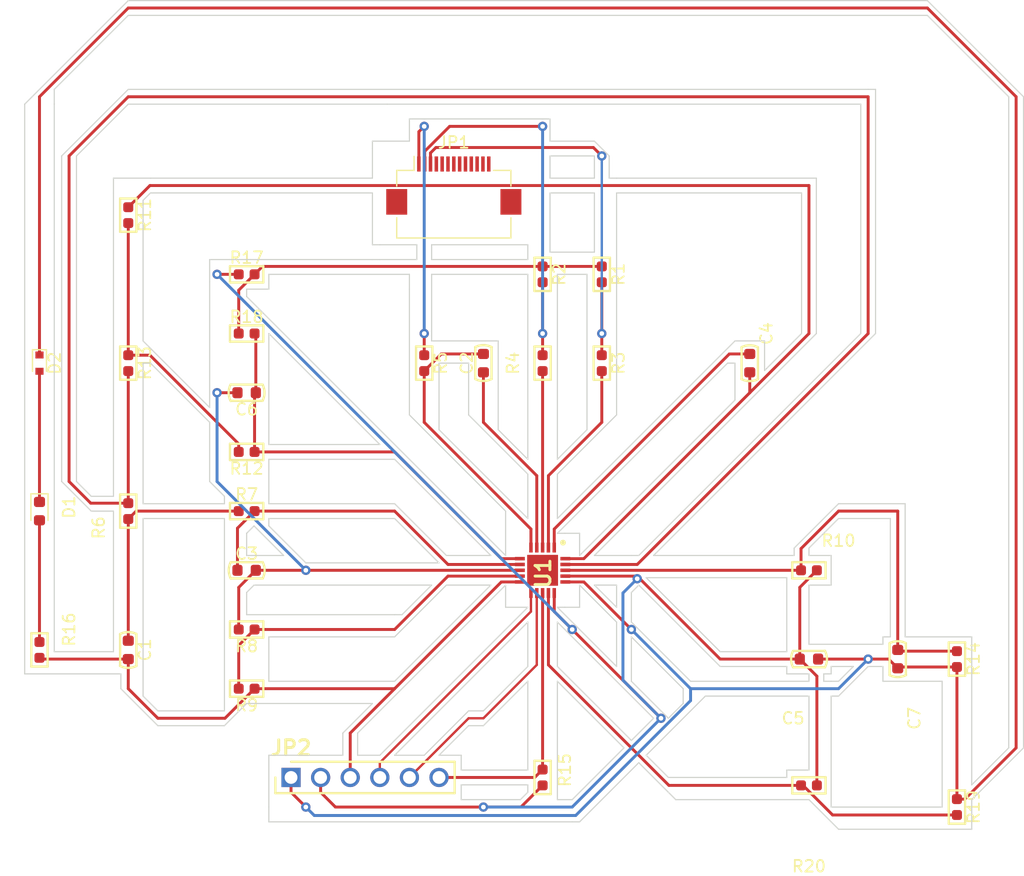
<source format=kicad_pcb>
(kicad_pcb (version 20211014) (generator pcbnew)
  (layers (0 "F.Cu" signal) (31 "B.Cu" signal) (34 "B.Paste" user) (35 "F.Paste" user) (36 "B.SilkS" user "B.Silkscreen") (37 "F.SilkS" user "F.Silkscreen") (38 "B.Mask" user) (39 "F.Mask" user) (44 "Edge.Cuts" user))
  (net 0 "")
  (net 1 "Net-(C1-Pad1)")
  (net 2 "/SIGNAL_OUT")
  (net 3 "Net-(C2-Pad2)")
  (net 4 "Net-(C2-Pad1)")
  (net 5 "Net-(C3-Pad1)")
  (net 6 "/REFOUT")
  (net 7 "Net-(C4-Pad1)")
  (net 8 "Net-(C4-Pad2)")
  (net 9 "+3.3V")
  (net 10 "GND")
  (net 11 "Net-(C6-Pad1)")
  (net 12 "Net-(C7-Pad1)")
  (net 13 "Net-(D1-Pad1)")
  (net 14 "Net-(D1-Pad2)")
  (net 15 "/RL")
  (net 16 "/LA")
  (net 17 "/LO-")
  (net 18 "/LO+")
  (net 19 "/SDN")
  (net 20 "/RA")
  (net 21 "Net-(R3-Pad2)")
  (net 22 "Net-(R4-Pad1)")
  (net 23 "Net-(R1-Pad1)")
  (net 24 "Net-(R8-Pad1)")
  (net 25 "Net-(R11-Pad2)")
  (net 26 "Net-(R19-Pad2)")
  (net 27 "Net-(R13-Pad2)")
  (footprint "AD8232:R_0603_WJQ" (layer "F.Cu") (at 184.3532 146.05 -90)
    (fp_text reference "R19")
    (fp_text value "0")
  )
  (footprint "AD8232:C_0603_WJQ" (layer "F.Cu") (at 143.7132 107.95 90)
    (fp_text reference "C2")
    (fp_text value "1nF")
  )
  (footprint "AD8232:R_0603_WJQ" (layer "F.Cu") (at 113.2332 95.25 -90)
    (fp_text reference "R11")
    (fp_text value "10M")
  )
  (footprint "AD8232:R_0603_WJQ" (layer "F.Cu") (at 113.2332 107.95 -90)
    (fp_text reference "R13")
    (fp_text value "10M")
  )
  (footprint "AD8232:C_0603_WJQ" (layer "F.Cu") (at 123.3932 125.73)
    (fp_text reference "C3")
    (fp_text value "10nF")
  )
  (footprint "AD8232:R_0603_WJQ" (layer "F.Cu") (at 171.6532 144.19)
    (fp_text reference "R20")
    (fp_text value "DNP")
  )
  (footprint "AD8232:C_0603_WJQ" (layer "F.Cu") (at 113.2332 132.5625 -90)
    (fp_text reference "C1")
    (fp_text value "1.5nF")
  )
  (footprint "AD8232:C_0603_WJQ" (layer "F.Cu") (at 179.2732 133.35 -90)
    (fp_text reference "C7")
    (fp_text value "0.1uF")
  )
  (footprint "AD8232:R_0603_WJQ" (layer "F.Cu") (at 153.8732 107.95 -90)
    (fp_text reference "R3")
    (fp_text value "180K")
  )
  (footprint "AD8232:Hirose_FH12-13S-0.5SH_1x13-1MP_P0.50mm_Horizontal" (layer "F.Cu") (at 141.1732 92.71)
    (fp_text reference "JP1")
    (fp_text value "M03PTH")
  )
  (footprint "LED_SMD:LED_0603_1608Metric" (layer "F.Cu") (at 105.6132 120.65 -90)
    (fp_text reference "D1")
    (fp_text value "LED")
  )
  (footprint "Diode_SMD:D_SOD-523" (layer "F.Cu") (at 105.6132 107.95 -90)
    (fp_text reference "D2")
    (fp_text value "1N4148WT")
  )
  (footprint "AD8232:R_0603_WJQ" (layer "F.Cu") (at 123.3932 130.81 180)
    (fp_text reference "R8")
    (fp_text value "100K")
  )
  (footprint "AD8232:R_0603_WJQ" (layer "F.Cu") (at 153.8732 100.33 -90)
    (fp_text reference "R1")
    (fp_text value "10M")
  )
  (footprint "AD8232:C_0603_WJQ" (layer "F.Cu") (at 171.6532 133.35)
    (fp_text reference "C5")
    (fp_text value "0.1uF")
  )
  (footprint "AD8232:R_0603_WJQ" (layer "F.Cu") (at 123.3932 135.89 180)
    (fp_text reference "R9")
    (fp_text value "1M")
  )
  (footprint "AD8232:R_0603_WJQ" (layer "F.Cu") (at 184.3532 133.35 -90)
    (fp_text reference "R14")
    (fp_text value "10M")
  )
  (footprint "AD8232:R_0603_WJQ" (layer "F.Cu") (at 138.6332 107.95 -90)
    (fp_text reference "R5")
    (fp_text value "360K")
  )
  (footprint "AD8232:R_0603_WJQ" (layer "F.Cu") (at 148.7932 143.51 90)
    (fp_text reference "R15")
    (fp_text value "10K")
  )
  (footprint "AD8232:R_0603_WJQ" (layer "F.Cu") (at 148.7932 107.95 90)
    (fp_text reference "R4")
    (fp_text value "180K")
  )
  (footprint "AD8232:QFN50P400X400X80-21N-D" (layer "F.Cu") (at 148.7932 125.73 -90)
    (fp_text reference "U1")
    (fp_text value "AD8232" hide)
  )
  (footprint "AD8232:R_0603_WJQ" (layer "F.Cu") (at 123.3932 120.65)
    (fp_text reference "R7")
    (fp_text value "1M")
  )
  (footprint "AD8232:HDRV6W64P0X254_1X6_1524X254X869P" (layer "F.Cu") (at 127.2032 143.51)
    (fp_text reference "JP2")
    (fp_text value "6130xx11121-6Pin" hide)
  )
  (footprint "AD8232:R_0603_WJQ" (layer "F.Cu") (at 113.2332 120.65 90)
    (fp_text reference "R6")
    (fp_text value "1M")
  )
  (footprint "AD8232:R_0603_WJQ" (layer "F.Cu") (at 123.3932 100.33)
    (fp_text reference "R17")
    (fp_text value "0")
  )
  (footprint "AD8232:R_0603_WJQ" (layer "F.Cu") (at 171.6532 125.73)
    (fp_text reference "R10")
    (fp_text value "10M")
  )
  (footprint "AD8232:C_0603_WJQ" (layer "F.Cu") (at 123.3932 110.49 180)
    (fp_text reference "C6")
    (fp_text value "0.33uF")
  )
  (footprint "AD8232:R_0603_WJQ" (layer "F.Cu") (at 148.7932 100.33 -90)
    (fp_text reference "R2")
    (fp_text value "10M")
  )
  (footprint "AD8232:C_0603_WJQ" (layer "F.Cu") (at 166.5732 107.95 -90)
    (fp_text reference "C4")
    (fp_text value "0.33uF")
  )
  (footprint "AD8232:R_0603_WJQ" (layer "F.Cu") (at 123.3932 105.41)
    (fp_text reference "R18")
    (fp_text value "DNP")
  )
  (footprint "AD8232:R_0603_WJQ" (layer "F.Cu") (at 105.6132 132.5625 90)
    (fp_text reference "R16")
    (fp_text value "1K")
  )
  (footprint "AD8232:R_0603_WJQ" (layer "F.Cu") (at 123.3932 115.57 180)
    (fp_text reference "R12")
    (fp_text value "1.4M")
  )
  (gr_line (start 153.8732 105.41) (end 153.8732 90.17) (layer "B.Cu") (width 0.2))
  (gr_line (start 170.3832 106.045) (end 167.8432 108.585) (layer "Edge.Cuts") (width 0.1))
  (gr_line (start 157.0482 127) (end 164.0332 133.985) (layer "Edge.Cuts") (width 0.1))
  (gr_line (start 120.2182 99.06) (end 120.2182 100.965) (layer "Edge.Cuts") (width 0.1))
  (gr_line (start 147.5232 142.875) (end 141.8082 142.875) (layer "Edge.Cuts") (width 0.1))
  (gr_line (start 124.0282 121.92) (end 123.3932 122.555) (layer "Edge.Cuts") (width 0.1))
  (gr_line (start 170.3832 123.825) (end 170.3832 124.46) (layer "Edge.Cuts") (width 0.1))
  (gr_line (start 112.5982 134.62) (end 112.5982 135.89) (layer "Edge.Cuts") (width 0.1))
  (gr_line (start 150.0632 121.285) (end 165.3032 106.045) (layer "Edge.Cuts") (width 0.1))
  (gr_line (start 162.7632 136.525) (end 171.6532 136.525) (layer "Edge.Cuts") (width 0.1))
  (gr_line (start 158.3182 138.43) (end 150.0632 130.175) (layer "Edge.Cuts") (width 0.1))
  (gr_line (start 115.1382 93.345) (end 134.1882 93.345) (layer "Edge.Cuts") (width 0.1))
  (gr_line (start 140.5382 124.46) (end 144.3482 124.46) (layer "Edge.Cuts") (width 0.1))
  (gr_line (start 150.0632 122.555) (end 150.6982 122.555) (layer "Edge.Cuts") (width 0.1))
  (gr_line (start 147.5232 133.985) (end 147.5232 130.175) (layer "Edge.Cuts") (width 0.1))
  (gr_line (start 150.0632 135.255) (end 150.0632 145.415) (layer "Edge.Cuts") (width 0.1))
  (gr_line (start 164.0332 132.715) (end 157.6832 126.365) (layer "Edge.Cuts") (width 0.1))
  (gr_line (start 181.8132 76.835) (end 113.2332 76.835) (layer "Edge.Cuts") (width 0.1))
  (gr_line (start 141.8082 142.875) (end 141.8082 141.605) (layer "Edge.Cuts") (width 0.1))
  (gr_line (start 178.0032 133.985) (end 176.7332 133.985) (layer "Edge.Cuts") (width 0.1))
  (gr_line (start 120.2182 111.76) (end 114.5032 106.045) (layer "Edge.Cuts") (width 0.1))
  (gr_line (start 145.6182 128.905) (end 147.5232 128.905) (layer "Edge.Cuts") (width 0.1))
  (gr_line (start 147.5232 121.285) (end 139.9032 113.665) (layer "Edge.Cuts") (width 0.1))
  (gr_line (start 190.0682 140.97) (end 190.0682 85.09) (layer "Edge.Cuts") (width 0.1))
  (gr_line (start 176.0982 105.41) (end 176.0982 85.725) (layer "Edge.Cuts") (width 0.1))
  (gr_line (start 144.3482 124.46) (end 136.0932 116.205) (layer "Edge.Cuts") (width 0.1))
  (gr_line (start 139.9032 125.095) (end 136.0932 121.285) (layer "Edge.Cuts") (width 0.1))
  (gr_line (start 125.2982 135.255) (end 136.0932 135.255) (layer "Edge.Cuts") (width 0.1))
  (gr_line (start 171.6532 135.255) (end 161.4932 135.255) (layer "Edge.Cuts") (width 0.1))
  (gr_line (start 151.9682 122.555) (end 150.6982 122.555) (layer "Edge.Cuts") (width 0.1))
  (gr_line (start 171.6532 132.08) (end 178.0032 132.08) (layer "Edge.Cuts") (width 0.1))
  (gr_line (start 136.0932 129.54) (end 136.7282 129.54) (layer "Edge.Cuts") (width 0.1))
  (gr_line (start 121.4882 139.065) (end 123.3932 137.16) (layer "Edge.Cuts") (width 0.1))
  (gr_line (start 149.4282 88.9) (end 149.4282 86.995) (layer "Edge.Cuts") (width 0.1))
  (gr_line (start 107.5182 90.17) (end 107.5182 118.11) (layer "Edge.Cuts") (width 0.1))
  (gr_line (start 121.4882 137.795) (end 115.7732 137.795) (layer "Edge.Cuts") (width 0.1))
  (gr_line (start 156.4132 140.335) (end 158.3182 138.43) (layer "Edge.Cuts") (width 0.1))
  (gr_line (start 156.4132 130.175) (end 156.4132 127.635) (layer "Edge.Cuts") (width 0.1))
  (gr_line (start 149.4282 90.17) (end 153.2382 90.17) (layer "Edge.Cuts") (width 0.1))
  (gr_line (start 121.4882 120.015) (end 114.5032 120.015) (layer "Edge.Cuts") (width 0.1))
  (gr_line (start 134.1882 89.535) (end 134.1882 92.075) (layer "Edge.Cuts") (width 0.1))
  (gr_line (start 139.2682 97.79) (end 139.2682 99.06) (layer "Edge.Cuts") (width 0.1))
  (gr_line (start 176.7332 133.985) (end 174.1932 136.525) (layer "Edge.Cuts") (width 0.1))
  (gr_line (start 120.2182 100.965) (end 120.2182 111.76) (layer "Edge.Cuts") (width 0.1))
  (gr_line (start 159.5882 138.43) (end 160.8582 137.16) (layer "Edge.Cuts") (width 0.1))
  (gr_line (start 134.1882 137.16) (end 131.6482 139.7) (layer "Edge.Cuts") (width 0.1))
  (gr_line (start 159.5882 144.78) (end 160.2232 145.415) (layer "Edge.Cuts") (width 0.1))
  (gr_line (start 178.6382 121.285) (end 174.1932 121.285) (layer "Edge.Cuts") (width 0.1))
  (gr_line (start 173.5582 134.62) (end 172.9232 134.62) (layer "Edge.Cuts") (width 0.1))
  (gr_line (start 134.8232 97.79) (end 134.1882 97.79) (layer "Edge.Cuts") (width 0.1))
  (gr_line (start 113.2332 78.105) (end 181.8132 78.105) (layer "Edge.Cuts") (width 0.1))
  (gr_line (start 181.8132 78.105) (end 188.7982 85.09) (layer "Edge.Cuts") (width 0.1))
  (gr_line (start 174.1932 136.525) (end 173.5582 136.525) (layer "Edge.Cuts") (width 0.1))
  (gr_line (start 106.8832 84.455) (end 113.2332 78.105) (layer "Edge.Cuts") (width 0.1))
  (gr_line (start 120.2182 113.03) (end 120.2182 118.11) (layer "Edge.Cuts") (width 0.1))
  (gr_line (start 139.2682 100.33) (end 147.5232 100.33) (layer "Edge.Cuts") (width 0.1))
  (gr_line (start 123.3932 102.235) (end 123.3932 101.6) (layer "Edge.Cuts") (width 0.1))
  (gr_line (start 151.3332 145.415) (end 155.7782 140.97) (layer "Edge.Cuts") (width 0.1))
  (gr_line (start 151.9682 127) (end 151.9682 128.905) (layer "Edge.Cuts") (width 0.1))
  (gr_line (start 152.6032 100.33) (end 152.6032 113.665) (layer "Edge.Cuts") (width 0.1))
  (gr_line (start 173.5582 133.985) (end 173.5582 134.62) (layer "Edge.Cuts") (width 0.1))
  (gr_line (start 185.6232 147.955) (end 185.6232 145.415) (layer "Edge.Cuts") (width 0.1))
  (gr_line (start 164.6682 107.95) (end 165.3032 107.95) (layer "Edge.Cuts") (width 0.1))
  (gr_line (start 131.6482 139.7) (end 131.6482 141.605) (layer "Edge.Cuts") (width 0.1))
  (gr_line (start 147.5232 130.175) (end 136.0932 141.605) (layer "Edge.Cuts") (width 0.1))
  (gr_line (start 124.0282 121.92) (end 126.5682 124.46) (layer "Edge.Cuts") (width 0.1))
  (gr_line (start 150.0632 117.475) (end 150.0632 121.285) (layer "Edge.Cuts") (width 0.1))
  (gr_line (start 137.9982 99.06) (end 134.8232 99.06) (layer "Edge.Cuts") (width 0.1))
  (gr_line (start 169.7482 132.715) (end 164.0332 132.715) (layer "Edge.Cuts") (width 0.1))
  (gr_line (start 134.8232 97.79) (end 137.9982 97.79) (layer "Edge.Cuts") (width 0.1))
  (gr_line (start 136.7282 129.54) (end 139.2682 127) (layer "Edge.Cuts") (width 0.1))
  (gr_line (start 149.4282 93.345) (end 149.4282 98.425) (layer "Edge.Cuts") (width 0.1))
  (gr_line (start 153.2382 124.46) (end 156.4132 124.46) (layer "Edge.Cuts") (width 0.1))
  (gr_line (start 185.6232 144.145) (end 185.6232 131.445) (layer "Edge.Cuts") (width 0.1))
  (gr_line (start 125.2982 100.33) (end 125.2982 101.6) (layer "Edge.Cuts") (width 0.1))
  (gr_line (start 155.1432 112.395) (end 150.0632 117.475) (layer "Edge.Cuts") (width 0.1))
  (gr_line (start 159.5882 143.51) (end 157.6832 141.605) (layer "Edge.Cuts") (width 0.1))
  (gr_line (start 155.1432 92.075) (end 172.2882 92.075) (layer "Edge.Cuts") (width 0.1))
  (gr_line (start 107.5182 118.11) (end 110.0582 120.65) (layer "Edge.Cuts") (width 0.1))
  (gr_line (start 157.6832 141.605) (end 162.7632 136.525) (layer "Edge.Cuts") (width 0.1))
  (gr_line (start 106.8832 132.715) (end 106.8832 85.725) (layer "Edge.Cuts") (width 0.1))
  (gr_line (start 106.8832 85.725) (end 106.8832 84.455) (layer "Edge.Cuts") (width 0.1))
  (gr_line (start 153.2382 93.345) (end 149.4282 93.345) (layer "Edge.Cuts") (width 0.1))
  (gr_line (start 143.7132 139.065) (end 147.5232 135.255) (layer "Edge.Cuts") (width 0.1))
  (gr_line (start 115.1382 107.95) (end 120.2182 113.03) (layer "Edge.Cuts") (width 0.1))
  (gr_line (start 152.6032 113.665) (end 150.0632 116.205) (layer "Edge.Cuts") (width 0.1))
  (gr_line (start 169.7482 133.985) (end 169.7482 134.62) (layer "Edge.Cuts") (width 0.1))
  (gr_line (start 157.0482 142.24) (end 159.5882 144.78) (layer "Edge.Cuts") (width 0.1))
  (gr_line (start 153.2382 92.075) (end 149.4282 92.075) (layer "Edge.Cuts") (width 0.1))
  (gr_line (start 134.8232 141.605) (end 132.9182 141.605) (layer "Edge.Cuts") (width 0.1))
  (gr_line (start 111.9632 119.38) (end 111.9632 93.345) (layer "Edge.Cuts") (width 0.1))
  (gr_line (start 124.0282 127) (end 123.3932 127.635) (layer "Edge.Cuts") (width 0.1))
  (gr_line (start 185.6232 145.415) (end 190.0682 140.97) (layer "Edge.Cuts") (width 0.1))
  (gr_line (start 156.4132 131.445) (end 156.4132 135.255) (layer "Edge.Cuts") (width 0.1))
  (gr_line (start 173.5582 147.32) (end 174.1932 147.955) (layer "Edge.Cuts") (width 0.1))
  (gr_line (start 110.0582 119.38) (end 111.9632 119.38) (layer "Edge.Cuts") (width 0.1))
  (gr_line (start 188.7982 140.97) (end 185.6232 144.145) (layer "Edge.Cuts") (width 0.1))
  (gr_line (start 178.6382 131.445) (end 178.6382 121.285) (layer "Edge.Cuts") (width 0.1))
  (gr_line (start 142.4432 139.065) (end 143.7132 139.065) (layer "Edge.Cuts") (width 0.1))
  (gr_line (start 137.3632 100.33) (end 125.2982 100.33) (layer "Edge.Cuts") (width 0.1))
  (gr_line (start 147.5232 135.255) (end 147.5232 142.875) (layer "Edge.Cuts") (width 0.1))
  (gr_line (start 120.2182 118.11) (end 121.4882 119.38) (layer "Edge.Cuts") (width 0.1))
  (gr_line (start 125.2982 121.92) (end 128.4732 125.095) (layer "Edge.Cuts") (width 0.1))
  (gr_line (start 147.5232 99.06) (end 147.5232 97.79) (layer "Edge.Cuts") (width 0.1))
  (gr_line (start 136.0932 141.605) (end 138.6332 141.605) (layer "Edge.Cuts") (width 0.1))
  (gr_line (start 114.5032 93.98) (end 115.1382 93.345) (layer "Edge.Cuts") (width 0.1))
  (gr_line (start 139.9032 107.95) (end 142.4432 107.95) (layer "Edge.Cuts") (width 0.1))
  (gr_line (start 134.8232 114.935) (end 125.2982 105.41) (layer "Edge.Cuts") (width 0.1))
  (gr_line (start 149.4282 98.425) (end 153.2382 98.425) (layer "Edge.Cuts") (width 0.1))
  (gr_line (start 173.5582 127) (end 171.6532 127) (layer "Edge.Cuts") (width 0.1))
  (gr_line (start 164.6682 107.95) (end 150.0632 122.555) (layer "Edge.Cuts") (width 0.1))
  (gr_line (start 115.7732 137.795) (end 114.5032 136.525) (layer "Edge.Cuts") (width 0.1))
  (gr_line (start 136.0932 121.285) (end 125.2982 121.285) (layer "Edge.Cuts") (width 0.1))
  (gr_line (start 154.5082 92.075) (end 154.5082 90.17) (layer "Edge.Cuts") (width 0.1))
  (gr_line (start 142.4432 112.395) (end 147.5232 117.475) (layer "Edge.Cuts") (width 0.1))
  (gr_line (start 155.1432 133.985) (end 155.1432 130.175) (layer "Edge.Cuts") (width 0.1))
  (gr_line (start 155.1432 128.905) (end 155.1432 127) (layer "Edge.Cuts") (width 0.1))
  (gr_line (start 178.0032 135.255) (end 183.0832 135.255) (layer "Edge.Cuts") (width 0.1))
  (gr_line (start 114.5032 121.285) (end 121.4882 121.285) (layer "Edge.Cuts") (width 0.1))
  (gr_line (start 169.7482 126.365) (end 169.7482 132.715) (layer "Edge.Cuts") (width 0.1))
  (gr_line (start 171.6532 142.875) (end 169.7482 142.875) (layer "Edge.Cuts") (width 0.1))
  (gr_line (start 125.2982 105.41) (end 125.2982 114.935) (layer "Edge.Cuts") (width 0.1))
  (gr_line (start 153.2382 88.9) (end 149.4282 88.9) (layer "Edge.Cuts") (width 0.1))
  (gr_line (start 137.3632 112.395) (end 145.6182 120.65) (layer "Edge.Cuts") (width 0.1))
  (gr_line (start 190.0682 85.09) (end 181.8132 76.835) (layer "Edge.Cuts") (width 0.1))
  (gr_line (start 169.7482 134.62) (end 171.6532 134.62) (layer "Edge.Cuts") (width 0.1))
  (gr_line (start 132.9182 141.605) (end 132.9182 139.7) (layer "Edge.Cuts") (width 0.1))
  (gr_line (start 156.4132 127.635) (end 157.0482 127) (layer "Edge.Cuts") (width 0.1))
  (gr_line (start 146.8882 145.415) (end 141.8082 145.415) (layer "Edge.Cuts") (width 0.1))
  (gr_line (start 171.0182 93.345) (end 155.1432 93.345) (layer "Edge.Cuts") (width 0.1))
  (gr_line (start 123.3932 124.46) (end 126.5682 124.46) (layer "Edge.Cuts") (width 0.1))
  (gr_line (start 134.1882 99.06) (end 120.2182 99.06) (layer "Edge.Cuts") (width 0.1))
  (gr_line (start 141.8082 144.145) (end 147.5232 144.145) (layer "Edge.Cuts") (width 0.1))
  (gr_line (start 155.1432 127) (end 153.2382 127) (layer "Edge.Cuts") (width 0.1))
  (gr_line (start 156.4132 124.46) (end 157.0482 124.46) (layer "Edge.Cuts") (width 0.1))
  (gr_line (start 111.9632 132.715) (end 106.8832 132.715) (layer "Edge.Cuts") (width 0.1))
  (gr_line (start 155.1432 92.075) (end 154.5082 92.075) (layer "Edge.Cuts") (width 0.1))
  (gr_line (start 147.5232 128.905) (end 134.8232 141.605) (layer "Edge.Cuts") (width 0.1))
  (gr_line (start 174.1932 147.955) (end 185.6232 147.955) (layer "Edge.Cuts") (width 0.1))
  (gr_line (start 136.0932 131.445) (end 125.2982 131.445) (layer "Edge.Cuts") (width 0.1))
  (gr_line (start 121.4882 119.38) (end 121.4882 120.015) (layer "Edge.Cuts") (width 0.1))
  (gr_line (start 135.4582 85.725) (end 113.2332 85.725) (layer "Edge.Cuts") (width 0.1))
  (gr_line (start 183.0832 146.05) (end 183.0832 135.255) (layer "Edge.Cuts") (width 0.1))
  (gr_line (start 139.9032 113.665) (end 139.9032 107.95) (layer "Edge.Cuts") (width 0.1))
  (gr_line (start 157.6832 126.365) (end 169.7482 126.365) (layer "Edge.Cuts") (width 0.1))
  (gr_line (start 171.6532 124.46) (end 173.5582 124.46) (layer "Edge.Cuts") (width 0.1))
  (gr_line (start 104.3432 134.62) (end 112.5982 134.62) (layer "Edge.Cuts") (width 0.1))
  (gr_line (start 136.0932 116.205) (end 125.2982 116.205) (layer "Edge.Cuts") (width 0.1))
  (gr_line (start 145.6182 124.46) (end 145.6182 120.65) (layer "Edge.Cuts") (width 0.1))
  (gr_line (start 172.2882 105.41) (end 153.2382 124.46) (layer "Edge.Cuts") (width 0.1))
  (gr_line (start 171.6532 127) (end 171.6532 132.08) (layer "Edge.Cuts") (width 0.1))
  (gr_line (start 145.6182 127) (end 145.6182 128.905) (layer "Edge.Cuts") (width 0.1))
  (gr_line (start 147.5232 100.33) (end 147.5232 116.205) (layer "Edge.Cuts") (width 0.1))
  (gr_line (start 175.4632 133.985) (end 173.5582 133.985) (layer "Edge.Cuts") (width 0.1))
  (gr_line (start 173.5582 124.46) (end 173.5582 127) (layer "Edge.Cuts") (width 0.1))
  (gr_line (start 172.9232 134.62) (end 172.9232 135.255) (layer "Edge.Cuts") (width 0.1))
  (gr_line (start 141.8082 141.605) (end 139.9032 141.605) (layer "Edge.Cuts") (width 0.1))
  (gr_line (start 156.4132 135.255) (end 159.5882 138.43) (layer "Edge.Cuts") (width 0.1))
  (gr_line (start 111.9632 93.345) (end 111.9632 92.075) (layer "Edge.Cuts") (width 0.1))
  (gr_line (start 125.2982 120.015) (end 136.0932 120.015) (layer "Edge.Cuts") (width 0.1))
  (gr_line (start 178.0032 132.08) (end 178.0032 131.445) (layer "Edge.Cuts") (width 0.1))
  (gr_line (start 178.0032 131.445) (end 178.6382 131.445) (layer "Edge.Cuts") (width 0.1))
  (gr_line (start 151.3332 147.32) (end 151.9682 147.32) (layer "Edge.Cuts") (width 0.1))
  (gr_line (start 137.3632 101.6) (end 137.3632 112.395) (layer "Edge.Cuts") (width 0.1))
  (gr_line (start 153.2382 127) (end 155.1432 128.905) (layer "Edge.Cuts") (width 0.1))
  (gr_line (start 123.3932 129.54) (end 136.0932 129.54) (layer "Edge.Cuts") (width 0.1))
  (gr_line (start 160.8582 137.16) (end 160.8582 135.89) (layer "Edge.Cuts") (width 0.1))
  (gr_line (start 137.3632 101.6) (end 137.3632 100.33) (layer "Edge.Cuts") (width 0.1))
  (gr_line (start 188.7982 85.09) (end 188.7982 140.97) (layer "Edge.Cuts") (width 0.1))
  (gr_line (start 171.6532 123.825) (end 171.6532 124.46) (layer "Edge.Cuts") (width 0.1))
  (gr_line (start 151.9682 147.32) (end 157.0482 142.24) (layer "Edge.Cuts") (width 0.1))
  (gr_line (start 174.1932 120.015) (end 170.3832 123.825) (layer "Edge.Cuts") (width 0.1))
  (gr_line (start 160.2232 145.415) (end 171.6532 145.415) (layer "Edge.Cuts") (width 0.1))
  (gr_line (start 114.5032 106.045) (end 114.5032 93.98) (layer "Edge.Cuts") (width 0.1))
  (gr_line (start 113.2332 84.455) (end 107.5182 90.17) (layer "Edge.Cuts") (width 0.1))
  (gr_line (start 104.9782 85.09) (end 104.3432 85.725) (layer "Edge.Cuts") (width 0.1))
  (gr_line (start 108.7882 118.11) (end 110.0582 119.38) (layer "Edge.Cuts") (width 0.1))
  (gr_line (start 161.4932 135.255) (end 156.4132 130.175) (layer "Edge.Cuts") (width 0.1))
  (gr_line (start 139.2682 106.045) (end 139.2682 100.33) (layer "Edge.Cuts") (width 0.1))
  (gr_line (start 172.9232 135.255) (end 173.5582 135.255) (layer "Edge.Cuts") (width 0.1))
  (gr_line (start 114.5032 107.95) (end 115.1382 107.95) (layer "Edge.Cuts") (width 0.1))
  (gr_line (start 153.2382 98.425) (end 153.2382 93.345) (layer "Edge.Cuts") (width 0.1))
  (gr_line (start 171.0182 105.41) (end 171.0182 93.345) (layer "Edge.Cuts") (width 0.1))
  (gr_line (start 165.3032 107.95) (end 165.3032 111.125) (layer "Edge.Cuts") (width 0.1))
  (gr_line (start 132.9182 139.7) (end 145.6182 127) (layer "Edge.Cuts") (width 0.1))
  (gr_line (start 125.2982 131.445) (end 125.2982 135.255) (layer "Edge.Cuts") (width 0.1))
  (gr_line (start 137.9982 97.79) (end 137.9982 99.06) (layer "Edge.Cuts") (width 0.1))
  (gr_line (start 136.0932 135.255) (end 144.3482 127) (layer "Edge.Cuts") (width 0.1))
  (gr_line (start 171.6532 134.62) (end 171.6532 135.255) (layer "Edge.Cuts") (width 0.1))
  (gr_line (start 110.0582 120.65) (end 111.9632 120.65) (layer "Edge.Cuts") (width 0.1))
  (gr_line (start 115.7732 139.065) (end 121.4882 139.065) (layer "Edge.Cuts") (width 0.1))
  (gr_line (start 155.7782 140.97) (end 150.0632 135.255) (layer "Edge.Cuts") (width 0.1))
  (gr_line (start 157.0482 124.46) (end 176.0982 105.41) (layer "Edge.Cuts") (width 0.1))
  (gr_line (start 125.2982 146.05) (end 125.2982 147.32) (layer "Edge.Cuts") (width 0.1))
  (gr_line (start 171.6532 136.525) (end 171.6532 142.875) (layer "Edge.Cuts") (width 0.1))
  (gr_line (start 176.0982 85.725) (end 135.4582 85.725) (layer "Edge.Cuts") (width 0.1))
  (gr_line (start 123.3932 127.635) (end 123.3932 129.54) (layer "Edge.Cuts") (width 0.1))
  (gr_line (start 185.6232 131.445) (end 179.9082 131.445) (layer "Edge.Cuts") (width 0.1))
  (gr_line (start 150.6982 128.905) (end 151.9682 128.905) (layer "Edge.Cuts") (width 0.1))
  (gr_line (start 115.1382 92.075) (end 134.1882 92.075) (layer "Edge.Cuts") (width 0.1))
  (gr_line (start 173.5582 135.255) (end 174.1932 135.255) (layer "Edge.Cuts") (width 0.1))
  (gr_line (start 125.2982 147.32) (end 151.3332 147.32) (layer "Edge.Cuts") (width 0.1))
  (gr_line (start 144.9832 113.665) (end 144.9832 106.045) (layer "Edge.Cuts") (width 0.1))
  (gr_line (start 144.3482 127) (end 140.5382 127) (layer "Edge.Cuts") (width 0.1))
  (gr_line (start 111.9632 120.65) (end 111.9632 132.715) (layer "Edge.Cuts") (width 0.1))
  (gr_line (start 134.1882 97.79) (end 134.1882 93.345) (layer "Edge.Cuts") (width 0.1))
  (gr_line (start 150.0632 145.415) (end 151.3332 145.415) (layer "Edge.Cuts") (width 0.1))
  (gr_line (start 125.2982 101.6) (end 123.3932 101.6) (layer "Edge.Cuts") (width 0.1))
  (gr_line (start 151.9682 124.46) (end 151.9682 122.555) (layer "Edge.Cuts") (width 0.1))
  (gr_line (start 174.1932 121.285) (end 171.6532 123.825) (layer "Edge.Cuts") (width 0.1))
  (gr_line (start 125.2982 114.935) (end 134.8232 114.935) (layer "Edge.Cuts") (width 0.1))
  (gr_line (start 164.0332 133.985) (end 169.7482 133.985) (layer "Edge.Cuts") (width 0.1))
  (gr_line (start 147.5232 117.475) (end 147.5232 121.285) (layer "Edge.Cuts") (width 0.1))
  (gr_line (start 147.5232 144.78) (end 146.8882 145.415) (layer "Edge.Cuts") (width 0.1))
  (gr_line (start 167.8432 108.585) (end 167.8432 106.045) (layer "Edge.Cuts") (width 0.1))
  (gr_line (start 104.3432 85.725) (end 104.3432 134.62) (layer "Edge.Cuts") (width 0.1))
  (gr_line (start 154.5082 90.17) (end 153.2382 88.9) (layer "Edge.Cuts") (width 0.1))
  (gr_line (start 150.0632 116.205) (end 150.0632 100.33) (layer "Edge.Cuts") (width 0.1))
  (gr_line (start 179.9082 120.015) (end 174.1932 120.015) (layer "Edge.Cuts") (width 0.1))
  (gr_line (start 123.3932 122.555) (end 123.3932 124.46) (layer "Edge.Cuts") (width 0.1))
  (gr_line (start 111.9632 92.075) (end 115.1382 92.075) (layer "Edge.Cuts") (width 0.1))
  (gr_line (start 167.8432 106.045) (end 165.3032 106.045) (layer "Edge.Cuts") (width 0.1))
  (gr_line (start 137.3632 88.9) (end 134.1882 88.9) (layer "Edge.Cuts") (width 0.1))
  (gr_line (start 150.0632 133.985) (end 156.4132 140.335) (layer "Edge.Cuts") (width 0.1))
  (gr_line (start 147.5232 116.205) (end 144.9832 113.665) (layer "Edge.Cuts") (width 0.1))
  (gr_line (start 139.2682 99.06) (end 147.5232 99.06) (layer "Edge.Cuts") (width 0.1))
  (gr_line (start 134.1882 88.9) (end 134.1882 89.535) (layer "Edge.Cuts") (width 0.1))
  (gr_line (start 178.0032 135.255) (end 178.0032 133.985) (layer "Edge.Cuts") (width 0.1))
  (gr_line (start 160.8582 135.89) (end 156.4132 131.445) (layer "Edge.Cuts") (width 0.1))
  (gr_line (start 150.0632 128.905) (end 155.1432 133.985) (layer "Edge.Cuts") (width 0.1))
  (gr_line (start 142.4432 107.95) (end 142.4432 112.395) (layer "Edge.Cuts") (width 0.1))
  (gr_line (start 155.1432 93.345) (end 155.1432 112.395) (layer "Edge.Cuts") (width 0.1))
  (gr_line (start 169.7482 143.51) (end 159.5882 143.51) (layer "Edge.Cuts") (width 0.1))
  (gr_line (start 114.5032 120.015) (end 114.5032 107.95) (layer "Edge.Cuts") (width 0.1))
  (gr_line (start 125.2982 121.285) (end 125.2982 121.92) (layer "Edge.Cuts") (width 0.1))
  (gr_line (start 143.7132 137.795) (end 147.5232 133.985) (layer "Edge.Cuts") (width 0.1))
  (gr_line (start 169.7482 142.875) (end 169.7482 143.51) (layer "Edge.Cuts") (width 0.1))
  (gr_line (start 114.5032 136.525) (end 114.5032 121.285) (layer "Edge.Cuts") (width 0.1))
  (gr_line (start 125.2982 116.205) (end 125.2982 120.015) (layer "Edge.Cuts") (width 0.1))
  (gr_line (start 112.5982 135.89) (end 115.7732 139.065) (layer "Edge.Cuts") (width 0.1))
  (gr_line (start 177.3682 105.41) (end 177.3682 84.455) (layer "Edge.Cuts") (width 0.1))
  (gr_line (start 150.6982 128.905) (end 150.0632 128.905) (layer "Edge.Cuts") (width 0.1))
  (gr_line (start 125.2982 141.605) (end 125.2982 146.05) (layer "Edge.Cuts") (width 0.1))
  (gr_line (start 172.2882 92.075) (end 172.2882 105.41) (layer "Edge.Cuts") (width 0.1))
  (gr_line (start 147.5232 97.79) (end 139.2682 97.79) (layer "Edge.Cuts") (width 0.1))
  (gr_line (start 123.3932 137.16) (end 134.1882 137.16) (layer "Edge.Cuts") (width 0.1))
  (gr_line (start 139.9032 141.605) (end 142.4432 139.065) (layer "Edge.Cuts") (width 0.1))
  (gr_line (start 139.2682 127) (end 124.0282 127) (layer "Edge.Cuts") (width 0.1))
  (gr_line (start 173.5582 136.525) (end 173.5582 146.05) (layer "Edge.Cuts") (width 0.1))
  (gr_line (start 171.6532 145.415) (end 173.5582 147.32) (layer "Edge.Cuts") (width 0.1))
  (gr_line (start 136.0932 120.015) (end 140.5382 124.46) (layer "Edge.Cuts") (width 0.1))
  (gr_line (start 176.7332 84.455) (end 177.3682 84.455) (layer "Edge.Cuts") (width 0.1))
  (gr_line (start 150.0632 100.33) (end 152.6032 100.33) (layer "Edge.Cuts") (width 0.1))
  (gr_line (start 138.6332 141.605) (end 142.4432 137.795) (layer "Edge.Cuts") (width 0.1))
  (gr_line (start 176.7332 84.455) (end 113.2332 84.455) (layer "Edge.Cuts") (width 0.1))
  (gr_line (start 137.3632 88.9) (end 137.3632 86.995) (layer "Edge.Cuts") (width 0.1))
  (gr_line (start 131.6482 141.605) (end 125.2982 141.605) (layer "Edge.Cuts") (width 0.1))
  (gr_line (start 170.3832 124.46) (end 158.3182 124.46) (layer "Edge.Cuts") (width 0.1))
  (gr_line (start 113.2332 76.835) (end 104.9782 85.09) (layer "Edge.Cuts") (width 0.1))
  (gr_line (start 153.2382 90.17) (end 153.2382 92.075) (layer "Edge.Cuts") (width 0.1))
  (gr_line (start 170.3832 106.045) (end 171.0182 105.41) (layer "Edge.Cuts") (width 0.1))
  (gr_line (start 155.1432 130.175) (end 151.9682 127) (layer "Edge.Cuts") (width 0.1))
  (gr_line (start 134.8232 99.06) (end 134.1882 99.06) (layer "Edge.Cuts") (width 0.1))
  (gr_line (start 150.0632 130.175) (end 150.0632 133.985) (layer "Edge.Cuts") (width 0.1))
  (gr_line (start 149.4282 92.075) (end 149.4282 90.17) (layer "Edge.Cuts") (width 0.1))
  (gr_line (start 145.6182 124.46) (end 123.3932 102.235) (layer "Edge.Cuts") (width 0.1))
  (gr_line (start 108.7882 90.17) (end 108.7882 118.11) (layer "Edge.Cuts") (width 0.1))
  (gr_line (start 113.2332 85.725) (end 108.7882 90.17) (layer "Edge.Cuts") (width 0.1))
  (gr_line (start 142.4432 137.795) (end 143.7132 137.795) (layer "Edge.Cuts") (width 0.1))
  (gr_line (start 174.1932 135.255) (end 175.4632 133.985) (layer "Edge.Cuts") (width 0.1))
  (gr_line (start 128.4732 125.095) (end 139.9032 125.095) (layer "Edge.Cuts") (width 0.1))
  (gr_line (start 140.5382 127) (end 136.0932 131.445) (layer "Edge.Cuts") (width 0.1))
  (gr_line (start 173.5582 146.05) (end 183.0832 146.05) (layer "Edge.Cuts") (width 0.1))
  (gr_line (start 121.4882 121.285) (end 121.4882 137.795) (layer "Edge.Cuts") (width 0.1))
  (gr_line (start 144.9832 106.045) (end 139.2682 106.045) (layer "Edge.Cuts") (width 0.1))
  (gr_line (start 165.3032 111.125) (end 151.9682 124.46) (layer "Edge.Cuts") (width 0.1))
  (gr_line (start 147.5232 144.145) (end 147.5232 144.78) (layer "Edge.Cuts") (width 0.1))
  (gr_line (start 158.3182 124.46) (end 177.3682 105.41) (layer "Edge.Cuts") (width 0.1))
  (gr_line (start 149.4282 86.995) (end 137.3632 86.995) (layer "Edge.Cuts") (width 0.1))
  (gr_line (start 141.8082 145.415) (end 141.8082 144.145) (layer "Edge.Cuts") (width 0.1))
  (gr_line (start 179.9082 131.445) (end 179.9082 120.015) (layer "Edge.Cuts") (width 0.1))
  (via (at 153.8732 90.17) (size 0.8) (drill 0.4) (layers "F.Cu" "B.Cu") (net 0))
  (segment (start 113.9132 120.65) (end 113.2332 121.33) (width 0.25) (layer "F.Cu") (net 1))
  (segment (start 113.2332 131.775) (end 113.2332 121.33) (width 0.25) (layer "F.Cu") (net 1))
  (segment (start 122.7132 120.65) (end 113.9132 120.65) (width 0.25) (layer "F.Cu") (net 1))
  (segment (start 121.5332 138.43) (end 115.7732 138.43) (width 0.25) (layer "F.Cu") (net 2))
  (segment (start 145.2532 126.73) (end 136.0932 135.89) (width 0.25) (layer "F.Cu") (net 2))
  (segment (start 136.0932 135.89) (end 132.2832 139.7) (width 0.25) (layer "F.Cu") (net 2))
  (segment (start 132.2832 139.7) (end 132.2832 143.51) (width 0.25) (layer "F.Cu") (net 2))
  (segment (start 105.7207 133.35) (end 105.6132 133.2425) (width 0.25) (layer "F.Cu") (net 2))
  (segment (start 115.7732 138.43) (end 113.2332 135.89) (width 0.25) (layer "F.Cu") (net 2))
  (segment (start 146.8432 126.73) (end 145.2532 126.73) (width 0.25) (layer "F.Cu") (net 2))
  (segment (start 113.2332 133.35) (end 105.7207 133.35) (width 0.25) (layer "F.Cu") (net 2))
  (segment (start 136.0932 135.89) (end 124.0732 135.89) (width 0.25) (layer "F.Cu") (net 2))
  (segment (start 113.2332 135.89) (end 113.2332 133.35) (width 0.25) (layer "F.Cu") (net 2))
  (segment (start 124.0732 135.89) (end 121.5332 138.43) (width 0.25) (layer "F.Cu") (net 2))
  (segment (start 140.1007 107.1625) (end 143.7132 107.1625) (width 0.25) (layer "F.Cu") (net 3))
  (segment (start 138.6332 108.63) (end 140.1007 107.1625) (width 0.25) (layer "F.Cu") (net 3))
  (segment (start 138.6332 113.03) (end 138.6332 108.63) (width 0.25) (layer "F.Cu") (net 3))
  (segment (start 147.7932 123.78) (end 147.7932 122.19) (width 0.25) (layer "F.Cu") (net 3))
  (segment (start 147.7932 122.19) (end 138.6332 113.03) (width 0.25) (layer "F.Cu") (net 3))
  (segment (start 148.2932 123.78) (end 148.2932 117.61) (width 0.25) (layer "F.Cu") (net 4))
  (segment (start 143.7132 113.03) (end 143.7132 108.7375) (width 0.25) (layer "F.Cu") (net 4))
  (segment (start 148.2932 117.61) (end 143.7132 113.03) (width 0.25) (layer "F.Cu") (net 4))
  (segment (start 146.8432 125.23) (end 140.6732 125.23) (width 0.25) (layer "F.Cu") (net 5))
  (segment (start 136.0932 120.65) (end 124.0732 120.65) (width 0.25) (layer "F.Cu") (net 5))
  (segment (start 122.6057 122.1175) (end 122.6057 125.73) (width 0.25) (layer "F.Cu") (net 5))
  (segment (start 124.0732 120.65) (end 122.6057 122.1175) (width 0.25) (layer "F.Cu") (net 5))
  (segment (start 140.6732 125.23) (end 136.0932 120.65) (width 0.25) (layer "F.Cu") (net 5))
  (segment (start 122.7132 127.1975) (end 122.7132 130.81) (width 0.25) (layer "F.Cu") (net 6))
  (segment (start 146.8432 125.73) (end 124.1807 125.73) (width 0.25) (layer "F.Cu") (net 6))
  (segment (start 122.6057 110.49) (end 120.8532 110.49) (width 0.25) (layer "F.Cu") (net 6))
  (segment (start 124.1807 125.73) (end 122.7132 127.1975) (width 0.25) (layer "F.Cu") (net 6))
  (via (at 120.8532 110.49) (size 0.8) (drill 0.4) (layers "F.Cu" "B.Cu") (net 6))
  (via (at 128.4732 125.73) (size 0.8) (drill 0.4) (layers "F.Cu" "B.Cu") (net 6))
  (segment (start 120.8532 118.11) (end 128.4732 125.73) (width 0.25) (layer "B.Cu") (net 6))
  (segment (start 120.8532 110.49) (end 120.8532 118.11) (width 0.25) (layer "B.Cu") (net 6))
  (segment (start 149.7932 122.19) (end 149.7932 123.78) (width 0.25) (layer "F.Cu") (net 7))
  (segment (start 166.5732 107.1625) (end 164.8207 107.1625) (width 0.25) (layer "F.Cu") (net 7))
  (segment (start 164.8207 107.1625) (end 149.7932 122.19) (width 0.25) (layer "F.Cu") (net 7))
  (segment (start 171.6532 105.41) (end 166.5732 110.49) (width 0.25) (layer "F.Cu") (net 8))
  (segment (start 166.5732 110.49) (end 166.5732 108.7375) (width 0.25) (layer "F.Cu") (net 8))
  (segment (start 115.0932 92.71) (end 171.6532 92.71) (width 0.25) (layer "F.Cu") (net 8))
  (segment (start 171.6532 92.71) (end 171.6532 105.41) (width 0.25) (layer "F.Cu") (net 8))
  (segment (start 113.2332 94.57) (end 115.0932 92.71) (width 0.25) (layer "F.Cu") (net 8))
  (segment (start 152.3332 124.73) (end 166.5732 110.49) (width 0.25) (layer "F.Cu") (net 8))
  (segment (start 150.7432 124.73) (end 152.3332 124.73) (width 0.25) (layer "F.Cu") (net 8))
  (segment (start 122.7132 100.33) (end 120.8532 100.33) (width 0.25) (layer "F.Cu") (net 9))
  (segment (start 149.7932 129.27) (end 151.3332 130.81) (width 0.25) (layer "F.Cu") (net 9))
  (segment (start 146.9332 146.05) (end 143.7132 146.05) (width 0.25) (layer "F.Cu") (net 9))
  (segment (start 172.3332 125.73) (end 170.8657 127.1975) (width 0.25) (layer "F.Cu") (net 9))
  (segment (start 156.9132 126.23) (end 164.0332 133.35) (width 0.25) (layer "F.Cu") (net 9))
  (segment (start 172.3332 134.8175) (end 172.3332 144.19) (width 0.25) (layer "F.Cu") (net 9))
  (segment (start 151.3332 130.81) (end 158.9532 138.43) (width 0.25) (layer "F.Cu") (net 9))
  (segment (start 129.7432 144.78) (end 129.7432 143.51) (width 0.25) (layer "F.Cu") (net 9))
  (segment (start 170.8657 133.35) (end 172.3332 134.8175) (width 0.25) (layer "F.Cu") (net 9))
  (segment (start 148.7932 144.19) (end 146.9332 146.05) (width 0.25) (layer "F.Cu") (net 9))
  (segment (start 164.0332 133.35) (end 170.8657 133.35) (width 0.25) (layer "F.Cu") (net 9))
  (segment (start 149.7932 127.68) (end 149.7932 129.27) (width 0.25) (layer "F.Cu") (net 9))
  (segment (start 170.8657 127.1975) (end 170.8657 133.35) (width 0.25) (layer "F.Cu") (net 9))
  (segment (start 143.7132 146.05) (end 131.0132 146.05) (width 0.25) (layer "F.Cu") (net 9))
  (segment (start 150.7432 126.23) (end 156.9132 126.23) (width 0.25) (layer "F.Cu") (net 9))
  (segment (start 131.0132 146.05) (end 129.7432 144.78) (width 0.25) (layer "F.Cu") (net 9))
  (via (at 156.9132 126.4545) (size 0.8) (drill 0.4) (layers "F.Cu" "B.Cu") (net 9))
  (via (at 158.9532 138.43) (size 0.8) (drill 0.4) (layers "F.Cu" "B.Cu") (net 9))
  (via (at 151.3332 130.81) (size 0.8) (drill 0.4) (layers "F.Cu" "B.Cu") (net 9))
  (via (at 143.7132 146.05) (size 0.8) (drill 0.4) (layers "F.Cu" "B.Cu") (net 9))
  (via (at 120.8532 100.33) (size 0.8) (drill 0.4) (layers "F.Cu" "B.Cu") (net 9))
  (segment (start 155.6882 135.165) (end 155.6882 127.6795) (width 0.25) (layer "B.Cu") (net 9))
  (segment (start 158.9532 138.43) (end 155.6882 135.165) (width 0.25) (layer "B.Cu") (net 9))
  (segment (start 155.6882 127.6795) (end 156.9132 126.4545) (width 0.25) (layer "B.Cu") (net 9))
  (segment (start 120.8532 100.33) (end 151.3332 130.81) (width 0.25) (layer "B.Cu") (net 9))
  (segment (start 151.3332 146.05) (end 143.7132 146.05) (width 0.25) (layer "B.Cu") (net 9))
  (segment (start 158.9532 138.43) (end 151.3332 146.05) (width 0.25) (layer "B.Cu") (net 9))
  (segment (start 172.4407 133.35) (end 178.4857 133.35) (width 0.25) (layer "F.Cu") (net 10))
  (segment (start 152.3332 126.73) (end 156.4132 130.81) (width 0.25) (layer "F.Cu") (net 10))
  (segment (start 179.2732 134.1375) (end 179.3807 134.03) (width 0.25) (layer "F.Cu") (net 10))
  (segment (start 127.2032 143.51) (end 127.2032 144.78) (width 0.25) (layer "F.Cu") (net 10))
  (segment (start 150.7432 126.73) (end 152.3332 126.73) (width 0.25) (layer "F.Cu") (net 10))
  (segment (start 184.3532 134.03) (end 184.3532 145.37) (width 0.25) (layer "F.Cu") (net 10))
  (segment (start 113.2332 77.47) (end 181.8132 77.47) (width 0.25) (layer "F.Cu") (net 10))
  (segment (start 189.4332 85.09) (end 189.4332 140.97) (width 0.25) (layer "F.Cu") (net 10))
  (segment (start 105.6132 107.25) (end 105.6132 85.09) (width 0.25) (layer "F.Cu") (net 10))
  (segment (start 105.6132 85.09) (end 113.2332 77.47) (width 0.25) (layer "F.Cu") (net 10))
  (segment (start 185.0332 145.37) (end 184.3532 145.37) (width 0.25) (layer "F.Cu") (net 10))
  (segment (start 127.2032 144.78) (end 128.4732 146.05) (width 0.25) (layer "F.Cu") (net 10))
  (segment (start 179.3807 134.03) (end 184.3532 134.03) (width 0.25) (layer "F.Cu") (net 10))
  (segment (start 189.4332 140.97) (end 185.0332 145.37) (width 0.25) (layer "F.Cu") (net 10))
  (segment (start 178.4857 133.35) (end 179.2732 134.1375) (width 0.25) (layer "F.Cu") (net 10))
  (segment (start 181.8132 77.47) (end 189.4332 85.09) (width 0.25) (layer "F.Cu") (net 10))
  (via (at 128.4732 146.05) (size 0.8) (drill 0.4) (layers "F.Cu" "B.Cu") (net 10))
  (via (at 156.4132 130.81) (size 0.8) (drill 0.4) (layers "F.Cu" "B.Cu") (net 10))
  (via (at 176.7332 133.35) (size 0.8) (drill 0.4) (layers "F.Cu" "B.Cu") (net 10))
  (segment (start 161.4932 135.89) (end 174.1932 135.89) (width 0.25) (layer "B.Cu") (net 10))
  (segment (start 161.4932 135.89) (end 156.4132 130.81) (width 0.25) (layer "B.Cu") (net 10))
  (segment (start 161.4932 135.89) (end 161.4932 136.915305) (width 0.25) (layer "B.Cu") (net 10))
  (segment (start 129.1982 146.775) (end 128.4732 146.05) (width 0.25) (layer "B.Cu") (net 10))
  (segment (start 161.4932 136.915305) (end 151.633505 146.775) (width 0.25) (layer "B.Cu") (net 10))
  (segment (start 174.1932 135.89) (end 176.7332 133.35) (width 0.25) (layer "B.Cu") (net 10))
  (segment (start 151.633505 146.775) (end 129.1982 146.775) (width 0.25) (layer "B.Cu") (net 10))
  (segment (start 146.8432 124.73) (end 145.2532 124.73) (width 0.25) (layer "F.Cu") (net 11))
  (segment (start 124.1807 105.5175) (end 124.1807 110.49) (width 0.25) (layer "F.Cu") (net 11))
  (segment (start 136.0932 115.57) (end 124.0732 115.57) (width 0.25) (layer "F.Cu") (net 11))
  (segment (start 145.2532 124.73) (end 136.0932 115.57) (width 0.25) (layer "F.Cu") (net 11))
  (segment (start 124.0732 105.41) (end 124.1807 105.5175) (width 0.25) (layer "F.Cu") (net 11))
  (segment (start 124.1807 110.49) (end 124.0732 110.5975) (width 0.25) (layer "F.Cu") (net 11))
  (segment (start 124.0732 110.5975) (end 124.0732 115.57) (width 0.25) (layer "F.Cu") (net 11))
  (segment (start 150.7432 125.73) (end 170.9732 125.73) (width 0.25) (layer "F.Cu") (net 12))
  (segment (start 179.3807 132.67) (end 184.3532 132.67) (width 0.25) (layer "F.Cu") (net 12))
  (segment (start 170.9732 125.73) (end 170.9732 123.87) (width 0.25) (layer "F.Cu") (net 12))
  (segment (start 174.1932 120.65) (end 179.2732 120.65) (width 0.25) (layer "F.Cu") (net 12))
  (segment (start 179.2732 120.65) (end 179.2732 132.5625) (width 0.25) (layer "F.Cu") (net 12))
  (segment (start 179.2732 132.5625) (end 179.3807 132.67) (width 0.25) (layer "F.Cu") (net 12))
  (segment (start 170.9732 123.87) (end 174.1932 120.65) (width 0.25) (layer "F.Cu") (net 12))
  (segment (start 105.6132 119.8625) (end 105.6132 108.65) (width 0.25) (layer "F.Cu") (net 13))
  (segment (start 105.6132 131.8825) (end 105.6132 121.4375) (width 0.25) (layer "F.Cu") (net 14))
  (segment (start 138.1732 88.09) (end 138.6332 87.63) (width 0.25) (layer "F.Cu") (net 15))
  (segment (start 138.6332 107.27) (end 138.6332 105.41) (width 0.25) (layer "F.Cu") (net 15))
  (segment (start 138.1732 90.86) (end 138.1732 88.09) (width 0.25) (layer "F.Cu") (net 15))
  (via (at 138.6332 105.41) (size 0.8) (drill 0.4) (layers "F.Cu" "B.Cu") (net 15))
  (via (at 138.6332 87.63) (size 0.8) (drill 0.4) (layers "F.Cu" "B.Cu") (net 15))
  (segment (start 138.6332 87.63) (end 138.6332 105.41) (width 0.25) (layer "B.Cu") (net 15))
  (segment (start 139.1732 89.91) (end 139.6382 89.445) (width 0.25) (layer "F.Cu") (net 16))
  (segment (start 153.1482 89.445) (end 153.8732 90.17) (width 0.25) (layer "F.Cu") (net 16))
  (segment (start 153.8732 105.41) (end 153.8732 101.01) (width 0.25) (layer "F.Cu") (net 16))
  (segment (start 139.1732 90.86) (end 139.1732 89.91) (width 0.25) (layer "F.Cu") (net 16))
  (segment (start 153.8732 107.27) (end 153.8732 105.41) (width 0.25) (layer "F.Cu") (net 16))
  (segment (start 139.6382 89.445) (end 153.1482 89.445) (width 0.25) (layer "F.Cu") (net 16))
  (via (at 153.8732 105.41) (size 0.8) (drill 0.4) (layers "F.Cu" "B.Cu") (net 16))
  (segment (start 147.7932 127.68) (end 147.7932 129.27) (width 0.2) (layer "F.Cu") (net 17))
  (segment (start 147.7932 129.27) (end 134.8232 142.24) (width 0.2) (layer "F.Cu") (net 17))
  (segment (start 134.8232 142.24) (end 134.8232 143.51) (width 0.2) (layer "F.Cu") (net 17))
  (segment (start 148.2932 133.85) (end 143.7132 138.43) (width 0.2) (layer "F.Cu") (net 18))
  (segment (start 148.2932 127.68) (end 148.2932 133.85) (width 0.2) (layer "F.Cu") (net 18))
  (segment (start 143.7132 138.43) (end 142.4432 138.43) (width 0.2) (layer "F.Cu") (net 18))
  (segment (start 142.4432 138.43) (end 137.3632 143.51) (width 0.2) (layer "F.Cu") (net 18))
  (segment (start 148.7932 142.83) (end 148.1132 143.51) (width 0.25) (layer "F.Cu") (net 19))
  (segment (start 148.7932 127.68) (end 148.7932 142.83) (width 0.25) (layer "F.Cu") (net 19))
  (segment (start 148.1132 143.51) (end 139.9032 143.51) (width 0.25) (layer "F.Cu") (net 19))
  (segment (start 140.816804 87.63) (end 148.7932 87.63) (width 0.25) (layer "F.Cu") (net 20))
  (segment (start 138.6732 90.86) (end 138.6732 89.773604) (width 0.25) (layer "F.Cu") (net 20))
  (segment (start 148.7932 105.41) (end 148.7932 101.01) (width 0.25) (layer "F.Cu") (net 20))
  (segment (start 148.7932 107.27) (end 148.7932 105.41) (width 0.25) (layer "F.Cu") (net 20))
  (segment (start 138.6732 89.773604) (end 140.816804 87.63) (width 0.25) (layer "F.Cu") (net 20))
  (via (at 148.7932 105.41) (size 0.8) (drill 0.4) (layers "F.Cu" "B.Cu") (net 20))
  (via (at 148.7932 87.63) (size 0.8) (drill 0.4) (layers "F.Cu" "B.Cu") (net 20))
  (segment (start 148.7932 105.41) (end 148.7932 87.63) (width 0.25) (layer "B.Cu") (net 20))
  (segment (start 149.2932 123.78) (end 149.2932 117.61) (width 0.25) (layer "F.Cu") (net 21))
  (segment (start 153.8732 113.03) (end 153.8732 108.63) (width 0.25) (layer "F.Cu") (net 21))
  (segment (start 149.2932 117.61) (end 153.8732 113.03) (width 0.25) (layer "F.Cu") (net 21))
  (segment (start 148.7932 123.78) (end 148.7932 108.63) (width 0.25) (layer "F.Cu") (net 22))
  (segment (start 122.7132 101.69) (end 122.7132 105.41) (width 0.25) (layer "F.Cu") (net 23))
  (segment (start 153.8732 99.65) (end 148.7932 99.65) (width 0.25) (layer "F.Cu") (net 23))
  (segment (start 124.7532 99.65) (end 124.0732 100.33) (width 0.25) (layer "F.Cu") (net 23))
  (segment (start 124.0732 100.33) (end 122.7132 101.69) (width 0.25) (layer "F.Cu") (net 23))
  (segment (start 148.7932 99.65) (end 124.7532 99.65) (width 0.25) (layer "F.Cu") (net 23))
  (segment (start 124.0732 130.81) (end 122.7132 132.17) (width 0.25) (layer "F.Cu") (net 24))
  (segment (start 146.8432 126.23) (end 140.6732 126.23) (width 0.25) (layer "F.Cu") (net 24))
  (segment (start 140.6732 126.23) (end 136.0932 130.81) (width 0.25) (layer "F.Cu") (net 24))
  (segment (start 136.0932 130.81) (end 124.0732 130.81) (width 0.25) (layer "F.Cu") (net 24))
  (segment (start 122.7132 132.17) (end 122.7132 135.89) (width 0.25) (layer "F.Cu") (net 24))
  (segment (start 122.7132 115.57) (end 122.7132 114.89) (width 0.25) (layer "F.Cu") (net 25))
  (segment (start 113.2332 107.27) (end 113.2332 95.93) (width 0.25) (layer "F.Cu") (net 25))
  (segment (start 122.7132 114.89) (end 115.0932 107.27) (width 0.25) (layer "F.Cu") (net 25))
  (segment (start 115.0932 107.27) (end 113.2332 107.27) (width 0.25) (layer "F.Cu") (net 25))
  (segment (start 173.68306 146.73) (end 171.14306 144.19) (width 0.25) (layer "F.Cu") (net 26))
  (segment (start 149.2932 127.68) (end 149.2932 133.85) (width 0.25) (layer "F.Cu") (net 26))
  (segment (start 149.2932 133.85) (end 159.6332 144.19) (width 0.25) (layer "F.Cu") (net 26))
  (segment (start 171.14306 144.19) (end 170.9732 144.19) (width 0.25) (layer "F.Cu") (net 26))
  (segment (start 184.3532 146.73) (end 173.68306 146.73) (width 0.25) (layer "F.Cu") (net 26))
  (segment (start 159.6332 144.19) (end 170.9732 144.19) (width 0.25) (layer "F.Cu") (net 26))
  (segment (start 176.7332 85.09) (end 113.2332 85.09) (width 0.25) (layer "F.Cu") (net 27))
  (segment (start 150.7432 125.23) (end 156.9132 125.23) (width 0.25) (layer "F.Cu") (net 27))
  (segment (start 110.0132 119.97) (end 113.2332 119.97) (width 0.25) (layer "F.Cu") (net 27))
  (segment (start 156.9132 125.23) (end 176.7332 105.41) (width 0.25) (layer "F.Cu") (net 27))
  (segment (start 176.7332 105.41) (end 176.7332 85.09) (width 0.25) (layer "F.Cu") (net 27))
  (segment (start 113.2332 85.09) (end 108.1532 90.17) (width 0.25) (layer "F.Cu") (net 27))
  (segment (start 108.1532 90.17) (end 108.1532 118.11) (width 0.25) (layer "F.Cu") (net 27))
  (segment (start 108.1532 118.11) (end 110.0132 119.97) (width 0.25) (layer "F.Cu") (net 27))
  (segment (start 113.2332 119.97) (end 113.2332 108.63) (width 0.25) (layer "F.Cu") (net 27))
)
</source>
